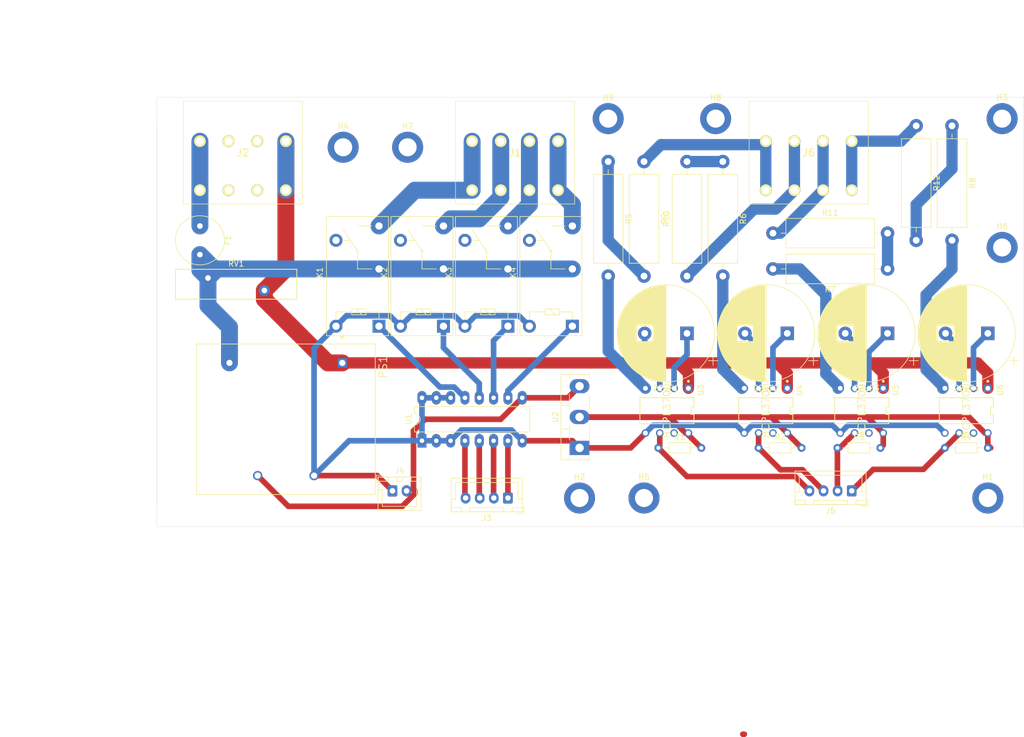
<source format=kicad_pcb>
(kicad_pcb (version 20171130) (host pcbnew "(5.1.6)-1")
  (layers (0 F.Cu signal) (31 B.Cu signal) (34 B.Paste user hide) (35 F.Paste user hide) (36 B.SilkS user hide) (37 F.SilkS user hide) (38 B.Mask user) (39 F.Mask user) (44 Edge.Cuts user))
  (net 0 "")
  (net 1 "220VAC(L)")
  (net 2 "220VAC(N)")
  (net 3 5V+)
  (net 4 "Net-(R5-Pad2)")
  (net 5 "Net-(R6-Pad2)")
  (net 6 3.3V+)
  (net 7 Sens4)
  (net 8 Sens3)
  (net 9 Sens2)
  (net 10 Sens1)
  (net 11 REO4)
  (net 12 REO3)
  (net 13 REO2)
  (net 14 REO1)
  (net 15 GPIO32)
  (net 16 "Net-(22uF1-Pad2)")
  (net 17 "Net-(22uF1-Pad1)")
  (net 18 "Net-(22uF2-Pad2)")
  (net 19 "Net-(22uF2-Pad1)")
  (net 20 "Net-(22uF3-Pad2)")
  (net 21 "Net-(22uF3-Pad1)")
  (net 22 "Net-(22uF4-Pad2)")
  (net 23 "Net-(22uF4-Pad1)")
  (net 24 "Net-(R11-Pad2)")
  (net 25 "Net-(R12-Pad2)")
  (net 26 "GND(5V)")
  (net 27 REI1)
  (net 28 REI2)
  (net 29 REI3)
  (net 30 REI4)
  (net 31 "Net-(F1-Pad1)")
  (net 32 "Net-(J3-Pad4)")
  (net 33 "Net-(J3-Pad3)")
  (net 34 "Net-(J3-Pad2)")
  (net 35 "Net-(J3-Pad1)")
  (net 36 "Net-(R5-Pad1)")
  (net 37 "Net-(R10-Pad2)")
  (net 38 "Net-(R7-Pad2)")
  (net 39 "Net-(R8-Pad2)")
  (net 40 EspSens1)
  (net 41 EspSens2)
  (net 42 EspSens3)
  (net 43 EspSens4)
  (module HCPL:ON_Semi-CASE_62605_ISSUE_P-0-0-0 (layer F.Cu) (at 129.54 67.056 270)
    (fp_text reference U4 (at -4.77 -5.995 90) (layer F.SilkS) (effects (justify right)))
    (fp_text value HCPL3700 (at 0 0 90) (layer F.SilkS) (effects (font (size 1.27 1.27))))
    (pad 8 thru_hole circle (at 3.97 -3.81 270) (size 1.35 1.35) (drill 0.85) (layers *.Cu) (net 6 3.3V+))
    (pad 7 thru_hole circle (at 3.97 -1.27 270) (size 1.35 1.35) (drill 0.85) (layers *.Cu))
    (pad 6 thru_hole circle (at 3.97 1.27 270) (size 1.35 1.35) (drill 0.85) (layers *.Cu) (net 41 EspSens2))
    (pad 5 thru_hole circle (at 3.97 3.81 270) (size 1.35 1.35) (drill 0.85) (layers *.Cu) (net 26 "GND(5V)"))
    (pad 4 thru_hole circle (at -3.97 3.81 270) (size 1.35 1.35) (drill 0.85) (layers *.Cu) (net 5 "Net-(R6-Pad2)"))
    (pad 3 thru_hole circle (at -3.97 1.27 270) (size 1.35 1.35) (drill 0.85) (layers *.Cu) (net 18 "Net-(22uF2-Pad2)"))
    (pad 2 thru_hole circle (at -3.97 -1.27 270) (size 1.35 1.35) (drill 0.85) (layers *.Cu) (net 19 "Net-(22uF2-Pad1)"))
    (pad 1 thru_hole rect (at -3.97 -3.81 270) (size 1.35 1.35) (drill 0.85) (layers *.Cu) (net 2 "220VAC(N)"))
  )
  (module Resistor_THT:R_Axial_DIN0204_L3.6mm_D1.6mm_P7.62mm_Horizontal (layer F.Cu) (at 110.49 73.66)
    (fp_text reference R1 (at 3.81 -1.92) (layer F.SilkS))
    (fp_text value 10K)
    (pad 2 thru_hole oval (at 7.62 0) (size 1.4 1.4) (drill 0.7) (layers *.Cu *.Mask) (net 6 3.3V+))
    (pad 1 thru_hole circle (at 0 0) (size 1.4 1.4) (drill 0.7) (layers *.Cu *.Mask) (net 40 EspSens1))
  )
  (module Package_TO_SOT_THT:TO-218-3_Vertical (layer F.Cu) (at 96.52 73.66 90)
    (fp_text reference U2 (at 5.475 -4.29 90) (layer F.SilkS))
    (fp_text value LD1117S33TR_SOT223)
    (pad 3 thru_hole oval (at 10.95 0 90) (size 2.5 3.5) (drill 1.5) (layers *.Cu *.Mask) (net 3 5V+))
    (pad 2 thru_hole oval (at 5.475 0 90) (size 2.5 3.5) (drill 1.5) (layers *.Cu *.Mask) (net 6 3.3V+))
    (pad 1 thru_hole rect (at 0 0 90) (size 2.5 3.5) (drill 1.5) (layers *.Cu *.Mask) (net 26 "GND(5V)"))
  )
  (module HCPL:ON_Semi-CASE_62605_ISSUE_P-0-0-0 (layer F.Cu) (at 112.014 67.056 270)
    (fp_text reference U3 (at -4.77 -5.995 90) (layer F.SilkS) (effects (justify right)))
    (fp_text value HCPL3700 (at 0 0 90) (layer F.SilkS) (effects (font (size 1.27 1.27))))
    (pad 8 thru_hole circle (at 3.97 -3.81 270) (size 1.35 1.35) (drill 0.85) (layers *.Cu) (net 6 3.3V+))
    (pad 7 thru_hole circle (at 3.97 -1.27 270) (size 1.35 1.35) (drill 0.85) (layers *.Cu))
    (pad 6 thru_hole circle (at 3.97 1.27 270) (size 1.35 1.35) (drill 0.85) (layers *.Cu) (net 40 EspSens1))
    (pad 5 thru_hole circle (at 3.97 3.81 270) (size 1.35 1.35) (drill 0.85) (layers *.Cu) (net 26 "GND(5V)"))
    (pad 4 thru_hole circle (at -3.97 3.81 270) (size 1.35 1.35) (drill 0.85) (layers *.Cu) (net 4 "Net-(R5-Pad2)"))
    (pad 3 thru_hole circle (at -3.97 1.27 270) (size 1.35 1.35) (drill 0.85) (layers *.Cu) (net 16 "Net-(22uF1-Pad2)"))
    (pad 2 thru_hole circle (at -3.97 -1.27 270) (size 1.35 1.35) (drill 0.85) (layers *.Cu) (net 17 "Net-(22uF1-Pad1)"))
    (pad 1 thru_hole rect (at -3.97 -3.81 270) (size 1.35 1.35) (drill 0.85) (layers *.Cu) (net 2 "220VAC(N)"))
  )
  (module HCPL:ON_Semi-CASE_62605_ISSUE_P-0-0-0 (layer F.Cu) (at 146.558 67.056 270)
    (fp_text reference U5 (at -4.77 -5.995 90) (layer F.SilkS) (effects (justify right)))
    (fp_text value HCPL3700 (at 0 0 90) (layer F.SilkS) (effects (font (size 1.27 1.27))))
    (pad 8 thru_hole circle (at 3.97 -3.81 270) (size 1.35 1.35) (drill 0.85) (layers *.Cu) (net 6 3.3V+))
    (pad 7 thru_hole circle (at 3.97 -1.27 270) (size 1.35 1.35) (drill 0.85) (layers *.Cu))
    (pad 6 thru_hole circle (at 3.97 1.27 270) (size 1.35 1.35) (drill 0.85) (layers *.Cu) (net 42 EspSens3))
    (pad 5 thru_hole circle (at 3.97 3.81 270) (size 1.35 1.35) (drill 0.85) (layers *.Cu) (net 26 "GND(5V)"))
    (pad 4 thru_hole circle (at -3.97 3.81 270) (size 1.35 1.35) (drill 0.85) (layers *.Cu) (net 38 "Net-(R7-Pad2)"))
    (pad 3 thru_hole circle (at -3.97 1.27 270) (size 1.35 1.35) (drill 0.85) (layers *.Cu) (net 20 "Net-(22uF3-Pad2)"))
    (pad 2 thru_hole circle (at -3.97 -1.27 270) (size 1.35 1.35) (drill 0.85) (layers *.Cu) (net 21 "Net-(22uF3-Pad1)"))
    (pad 1 thru_hole rect (at -3.97 -3.81 270) (size 1.35 1.35) (drill 0.85) (layers *.Cu) (net 2 "220VAC(N)"))
  )
  (module HCPL:ON_Semi-CASE_62605_ISSUE_P-0-0-0 (layer F.Cu) (at 165.1 67.056 270)
    (fp_text reference U6 (at -4.77 -5.995 90) (layer F.SilkS) (effects (justify right)))
    (fp_text value HCPL3700 (at 0 0 90) (layer F.SilkS) (effects (font (size 1.27 1.27))))
    (pad 8 thru_hole circle (at 3.97 -3.81 270) (size 1.35 1.35) (drill 0.85) (layers *.Cu) (net 6 3.3V+))
    (pad 7 thru_hole circle (at 3.97 -1.27 270) (size 1.35 1.35) (drill 0.85) (layers *.Cu))
    (pad 6 thru_hole circle (at 3.97 1.27 270) (size 1.35 1.35) (drill 0.85) (layers *.Cu) (net 43 EspSens4))
    (pad 5 thru_hole circle (at 3.97 3.81 270) (size 1.35 1.35) (drill 0.85) (layers *.Cu) (net 26 "GND(5V)"))
    (pad 4 thru_hole circle (at -3.97 3.81 270) (size 1.35 1.35) (drill 0.85) (layers *.Cu) (net 39 "Net-(R8-Pad2)"))
    (pad 3 thru_hole circle (at -3.97 1.27 270) (size 1.35 1.35) (drill 0.85) (layers *.Cu) (net 22 "Net-(22uF4-Pad2)"))
    (pad 2 thru_hole circle (at -3.97 -1.27 270) (size 1.35 1.35) (drill 0.85) (layers *.Cu) (net 23 "Net-(22uF4-Pad1)"))
    (pad 1 thru_hole rect (at -3.97 -3.81 270) (size 1.35 1.35) (drill 0.85) (layers *.Cu) (net 2 "220VAC(N)"))
  )
  (module Resistor_THT:R_Axial_DIN0204_L3.6mm_D1.6mm_P7.62mm_Horizontal (layer F.Cu) (at 142.24 73.66)
    (fp_text reference R3 (at 3.81 -1.92) (layer F.SilkS))
    (fp_text value 10K)
    (pad 2 thru_hole oval (at 7.62 0) (size 1.4 1.4) (drill 0.7) (layers *.Cu *.Mask) (net 6 3.3V+))
    (pad 1 thru_hole circle (at 0 0) (size 1.4 1.4) (drill 0.7) (layers *.Cu *.Mask) (net 42 EspSens3))
  )
  (module Resistor_THT:R_Axial_DIN0204_L3.6mm_D1.6mm_P7.62mm_Horizontal (layer F.Cu) (at 128.27 73.66)
    (fp_text reference R2 (at 3.81 -1.92) (layer F.SilkS))
    (fp_text value 10K)
    (pad 2 thru_hole oval (at 7.62 0) (size 1.4 1.4) (drill 0.7) (layers *.Cu *.Mask) (net 6 3.3V+))
    (pad 1 thru_hole circle (at 0 0) (size 1.4 1.4) (drill 0.7) (layers *.Cu *.Mask) (net 41 EspSens2))
  )
  (module Resistor_THT:R_Axial_DIN0204_L3.6mm_D1.6mm_P7.62mm_Horizontal (layer F.Cu) (at 161.29 73.66)
    (fp_text reference R4 (at 3.81 -1.92) (layer F.SilkS))
    (fp_text value 10K)
    (pad 2 thru_hole oval (at 7.62 0) (size 1.4 1.4) (drill 0.7) (layers *.Cu *.Mask) (net 6 3.3V+))
    (pad 1 thru_hole circle (at 0 0) (size 1.4 1.4) (drill 0.7) (layers *.Cu *.Mask) (net 43 EspSens4))
  )
  (module Capacitor_THT:CP_Radial_D17.0mm_P7.50mm (layer F.Cu) (at 115.57 53.34 180)
    (fp_text reference 22uF1 (at 3.75 -9.75) (layer F.SilkS))
    (fp_text value CP_Small)
    (pad 2 thru_hole circle (at 7.5 0 180) (size 2.4 2.4) (drill 1.2) (layers *.Cu *.Mask) (net 16 "Net-(22uF1-Pad2)"))
    (pad 1 thru_hole rect (at 0 0 180) (size 2.4 2.4) (drill 1.2) (layers *.Cu *.Mask) (net 17 "Net-(22uF1-Pad1)"))
  )
  (module Capacitor_THT:CP_Radial_D17.0mm_P7.50mm (layer F.Cu) (at 133.35 53.34 180)
    (fp_text reference 22uF2 (at 3.75 -9.75) (layer F.SilkS))
    (fp_text value CP_Small)
    (pad 2 thru_hole circle (at 7.5 0 180) (size 2.4 2.4) (drill 1.2) (layers *.Cu *.Mask))
    (pad 1 thru_hole rect (at 0 0 180) (size 2.4 2.4) (drill 1.2) (layers *.Cu *.Mask))
  )
  (module Capacitor_THT:CP_Radial_D17.0mm_P7.50mm (layer F.Cu) (at 151.13 53.34 180)
    (fp_text reference 22uF3 (at 3.75 -9.75) (layer F.SilkS))
    (fp_text value CP_Small)
    (pad 2 thru_hole circle (at 7.5 0 180) (size 2.4 2.4) (drill 1.2) (layers *.Cu *.Mask) (net 20 "Net-(22uF3-Pad2)"))
    (pad 1 thru_hole rect (at 0 0 180) (size 2.4 2.4) (drill 1.2) (layers *.Cu *.Mask) (net 21 "Net-(22uF3-Pad1)"))
  )
  (module Capacitor_THT:CP_Radial_D17.0mm_P7.50mm (layer F.Cu) (at 168.91 53.34 180)
    (fp_text reference 22uF4 (at 3.75 -9.75) (layer F.SilkS))
    (fp_text value CP_Small)
    (pad 2 thru_hole circle (at 7.5 0 180) (size 2.4 2.4) (drill 1.2) (layers *.Cu *.Mask) (net 22 "Net-(22uF4-Pad2)"))
    (pad 1 thru_hole rect (at 0 0 180) (size 2.4 2.4) (drill 1.2) (layers *.Cu *.Mask) (net 23 "Net-(22uF4-Pad1)"))
  )
  (module Connector_JST:JST_XH_B4B-XH-A_1x04_P2.50mm_Vertical (layer F.Cu) (at 144.78 81.28 180)
    (fp_text reference J5 (at 3.75 -3.55) (layer F.SilkS))
    (fp_text value Conn-Esp-Sensors)
    (pad 4 thru_hole oval (at 7.5 0 180) (size 1.7 1.95) (drill 0.95) (layers *.Cu *.Mask) (net 40 EspSens1))
    (pad 3 thru_hole oval (at 5 0 180) (size 1.7 1.95) (drill 0.95) (layers *.Cu *.Mask) (net 41 EspSens2))
    (pad 2 thru_hole oval (at 2.5 0 180) (size 1.7 1.95) (drill 0.95) (layers *.Cu *.Mask) (net 42 EspSens3))
    (pad 1 thru_hole roundrect (at 0 0 180) (size 1.7 1.95) (drill 0.95) (layers *.Cu *.Mask) (roundrect_rratio 0.147059) (net 43 EspSens4))
  )
  (module Connector_JST:JST_XH_B2B-XH-A_1x02_P2.50mm_Vertical (layer F.Cu) (at 63.35 81.28)
    (fp_text reference J4 (at 1.25 -3.55) (layer F.SilkS))
    (fp_text value Conn_01x02)
    (pad 2 thru_hole oval (at 2.5 0) (size 1.7 2) (drill 1) (layers *.Cu *.Mask) (net 3 5V+))
    (pad 1 thru_hole roundrect (at 0 0) (size 1.7 2) (drill 1) (layers *.Cu *.Mask) (roundrect_rratio 0.147059) (net 26 "GND(5V)"))
  )
  (module Connector_JST:JST_XH_B4B-XH-A_1x04_P2.50mm_Vertical (layer F.Cu) (at 83.82 82.55 180)
    (fp_text reference J3 (at 3.75 -3.55) (layer F.SilkS))
    (fp_text value Conn-ESP-Relays)
    (pad 4 thru_hole oval (at 7.5 0 180) (size 1.7 1.95) (drill 0.95) (layers *.Cu *.Mask) (net 32 "Net-(J3-Pad4)"))
    (pad 3 thru_hole oval (at 5 0 180) (size 1.7 1.95) (drill 0.95) (layers *.Cu *.Mask) (net 33 "Net-(J3-Pad3)"))
    (pad 2 thru_hole oval (at 2.5 0 180) (size 1.7 1.95) (drill 0.95) (layers *.Cu *.Mask) (net 34 "Net-(J3-Pad2)"))
    (pad 1 thru_hole roundrect (at 0 0 180) (size 1.7 1.95) (drill 0.95) (layers *.Cu *.Mask) (roundrect_rratio 0.147059) (net 35 "Net-(J3-Pad1)"))
  )
  (module Resistor_THT:R_Axial_DIN0516_L15.5mm_D5.0mm_P20.32mm_Horizontal (layer F.Cu) (at 162.56 16.51 270)
    (fp_text reference R8 (at 10.16 -3.62 90) (layer F.SilkS))
    (fp_text value 47k)
    (pad 2 thru_hole oval (at 20.32 0 270) (size 2.4 2.4) (drill 1.2) (layers *.Cu *.Mask) (net 39 "Net-(R8-Pad2)"))
    (pad 1 thru_hole circle (at 0 0 270) (size 2.4 2.4) (drill 1.2) (layers *.Cu *.Mask) (net 25 "Net-(R12-Pad2)"))
  )
  (module Resistor_THT:R_Axial_DIN0516_L15.5mm_D5.0mm_P20.32mm_Horizontal (layer F.Cu) (at 156.21 16.51 270)
    (fp_text reference R12 (at 10.16 -3.62 90) (layer F.SilkS))
    (fp_text value 47k)
    (pad 2 thru_hole oval (at 20.32 0 270) (size 2.4 2.4) (drill 1.2) (layers *.Cu *.Mask) (net 25 "Net-(R12-Pad2)"))
    (pad 1 thru_hole circle (at 0 0 270) (size 2.4 2.4) (drill 1.2) (layers *.Cu *.Mask) (net 7 Sens4))
  )
  (module Resistor_THT:R_Axial_DIN0516_L15.5mm_D5.0mm_P20.32mm_Horizontal (layer F.Cu) (at 130.81 35.56)
    (fp_text reference R11 (at 10.16 -3.62) (layer F.SilkS))
    (fp_text value 47k)
    (pad 2 thru_hole oval (at 20.32 0) (size 2.4 2.4) (drill 1.2) (layers *.Cu *.Mask) (net 24 "Net-(R11-Pad2)"))
    (pad 1 thru_hole circle (at 0 0) (size 2.4 2.4) (drill 1.2) (layers *.Cu *.Mask) (net 8 Sens3))
  )
  (module Resistor_THT:R_Axial_DIN0516_L15.5mm_D5.0mm_P20.32mm_Horizontal (layer F.Cu) (at 115.57 43.18 90)
    (fp_text reference R10 (at 10.16 -3.62 90) (layer F.SilkS))
    (fp_text value 47k)
    (pad 2 thru_hole oval (at 20.32 0 90) (size 2.4 2.4) (drill 1.2) (layers *.Cu *.Mask) (net 37 "Net-(R10-Pad2)"))
    (pad 1 thru_hole circle (at 0 0 90) (size 2.4 2.4) (drill 1.2) (layers *.Cu *.Mask) (net 9 Sens2))
  )
  (module Resistor_THT:R_Axial_DIN0516_L15.5mm_D5.0mm_P20.32mm_Horizontal (layer F.Cu) (at 107.95 22.86 270)
    (fp_text reference R9 (at 10.16 -3.62 90) (layer F.SilkS))
    (fp_text value 47k)
    (pad 2 thru_hole oval (at 20.32 0 270) (size 2.4 2.4) (drill 1.2) (layers *.Cu *.Mask) (net 36 "Net-(R5-Pad1)"))
    (pad 1 thru_hole circle (at 0 0 270) (size 2.4 2.4) (drill 1.2) (layers *.Cu *.Mask) (net 10 Sens1))
  )
  (module Resistor_THT:R_Axial_DIN0516_L15.5mm_D5.0mm_P20.32mm_Horizontal (layer F.Cu) (at 151.13 41.91 180)
    (fp_text reference R7 (at 10.16 -3.62) (layer F.SilkS))
    (fp_text value 47k)
    (pad 2 thru_hole oval (at 20.32 0 180) (size 2.4 2.4) (drill 1.2) (layers *.Cu *.Mask) (net 38 "Net-(R7-Pad2)"))
    (pad 1 thru_hole circle (at 0 0 180) (size 2.4 2.4) (drill 1.2) (layers *.Cu *.Mask) (net 24 "Net-(R11-Pad2)"))
  )
  (module Resistor_THT:R_Axial_DIN0516_L15.5mm_D5.0mm_P20.32mm_Horizontal (layer F.Cu) (at 121.92 22.86 270)
    (fp_text reference R6 (at 10.16 -3.62 90) (layer F.SilkS))
    (fp_text value 47k)
    (pad 2 thru_hole oval (at 20.32 0 270) (size 2.4 2.4) (drill 1.2) (layers *.Cu *.Mask))
    (pad 1 thru_hole circle (at 0 0 270) (size 2.4 2.4) (drill 1.2) (layers *.Cu *.Mask) (net 37 "Net-(R10-Pad2)"))
  )
  (module Resistor_THT:R_Axial_DIN0516_L15.5mm_D5.0mm_P20.32mm_Horizontal (layer F.Cu) (at 101.6 22.86 270)
    (fp_text reference R5 (at 10.16 -3.62 90) (layer F.SilkS))
    (fp_text value 47k)
    (pad 2 thru_hole oval (at 20.32 0 270) (size 2.4 2.4) (drill 1.2) (layers *.Cu *.Mask) (net 4 "Net-(R5-Pad2)"))
    (pad 1 thru_hole circle (at 0 0 270) (size 2.4 2.4) (drill 1.2) (layers *.Cu *.Mask) (net 36 "Net-(R5-Pad1)"))
  )
  (module rac05-05sk:277 (layer F.Cu) (at 44.45 68.58 270)
    (fp_text reference PS1 (at -9.255 -17.239 90) (layer F.SilkS) (effects (font (size 1.4 1.4))))
    (fp_text value RAC05-05SK_277)
    (pad 9 thru_hole circle (at 10 -5 270) (size 1.65 1.65) (drill 1.1) (layers *.Cu *.Mask) (net 26 "GND(5V)"))
    (pad 7 thru_hole circle (at 10 5 270) (size 1.65 1.65) (drill 1.1) (layers *.Cu *.Mask) (net 3 5V+))
    (pad 5 thru_hole circle (at -10 10 270) (size 1.65 1.65) (drill 1.1) (layers *.Cu *.Mask) (net 1 "220VAC(L)"))
    (pad 1 thru_hole rect (at -10 -10 270) (size 1.65 1.65) (drill 1.1) (layers *.Cu *.Mask) (net 2 "220VAC(N)"))
  )
  (module MountingHole:MountingHole_3.2mm_M3_ISO14580_Pad (layer F.Cu) (at 101.6 15.24)
    (fp_text reference H9 (at 0 -3.75) (layer F.SilkS))
    (fp_text value MountingHole_Pad)
    (pad 1 thru_hole circle (at 0 0) (size 5.5 5.5) (drill 3.2) (layers *.Cu *.Mask))
  )
  (module MountingHole:MountingHole_3.2mm_M3_ISO14580_Pad (layer F.Cu) (at 120.65 15.24)
    (fp_text reference H8 (at 0 -3.75) (layer F.SilkS))
    (fp_text value MountingHole_Pad)
    (pad 1 thru_hole circle (at 0 0) (size 5.5 5.5) (drill 3.2) (layers *.Cu *.Mask))
  )
  (module MountingHole:MountingHole_3.2mm_M3_ISO14580_Pad (layer F.Cu) (at 66.04 20.32)
    (fp_text reference H7 (at 0 -3.75) (layer F.SilkS))
    (fp_text value MountingHole_Pad)
    (pad 1 thru_hole circle (at 0 0) (size 5.5 5.5) (drill 3.2) (layers *.Cu *.Mask))
  )
  (module MountingHole:MountingHole_3.2mm_M3_ISO14580_Pad (layer F.Cu) (at 171.45 15.24)
    (fp_text reference H3 (at 0 -3.75) (layer F.SilkS))
    (fp_text value MountingHole_Pad)
    (pad 1 thru_hole circle (at 0 0) (size 5.5 5.5) (drill 3.2) (layers *.Cu *.Mask))
  )
  (module MountingHole:MountingHole_3.2mm_M3_ISO14580_Pad (layer F.Cu) (at 171.45 38.1)
    (fp_text reference H6 (at 0 -3.75) (layer F.SilkS))
    (fp_text value MountingHole_Pad)
    (pad 1 thru_hole circle (at 0 0) (size 5.5 5.5) (drill 3.2) (layers *.Cu *.Mask))
  )
  (module MountingHole:MountingHole_3.2mm_M3_ISO14580_Pad (layer F.Cu) (at 96.52 82.55)
    (fp_text reference H2 (at 0 -3.75) (layer F.SilkS))
    (fp_text value MountingHole_Pad)
    (pad 1 thru_hole circle (at 0 0) (size 5.5 5.5) (drill 3.2) (layers *.Cu *.Mask))
  )
  (module MountingHole:MountingHole_3.2mm_M3_ISO14580_Pad (layer F.Cu) (at 107.95 82.55)
    (fp_text reference H5 (at 0 -3.75) (layer F.SilkS))
    (fp_text value MountingHole_Pad)
    (pad 1 thru_hole circle (at 0 0) (size 5.5 5.5) (drill 3.2) (layers *.Cu *.Mask))
  )
  (module MountingHole:MountingHole_3.2mm_M3_ISO14580_Pad (layer F.Cu) (at 168.91 82.55)
    (fp_text reference H1 (at 0 -3.75) (layer F.SilkS))
    (fp_text value MountingHole_Pad)
    (pad 1 thru_hole circle (at 0 0) (size 5.5 5.5) (drill 3.2) (layers *.Cu *.Mask))
  )
  (module MountingHole:MountingHole_3.2mm_M3_ISO14580_Pad (layer F.Cu) (at 54.61 20.32)
    (fp_text reference H4 (at 0 -3.75) (layer F.SilkS))
    (fp_text value MountingHole_Pad)
    (pad 1 thru_hole circle (at 0 0) (size 5.5 5.5) (drill 3.2) (layers *.Cu *.Mask))
  )
  (module Varistor:RV_Disc_D21.5mm_W5.3mm_P10mm (layer F.Cu) (at 40.64 45.72 180)
    (fp_text reference RV1 (at 5 4.75) (layer F.SilkS))
    (fp_text value Varistor)
    (pad 2 thru_hole circle (at 10 2.2 180) (size 2 2) (drill 1) (layers *.Cu *.Mask) (net 1 "220VAC(L)"))
    (pad 1 thru_hole circle (at 0 0 180) (size 2 2) (drill 1) (layers *.Cu *.Mask) (net 2 "220VAC(N)"))
  )
  (module Fuse:Fuse_Littelfuse_372_D8.50mm (layer F.Cu) (at 29.21 34.29 270)
    (fp_text reference F1 (at 2.54 -5 90) (layer F.SilkS))
    (fp_text value Fuse)
    (pad 2 thru_hole circle (at 5.08 0 270) (size 2 2) (drill 1) (layers *.Cu *.Mask) (net 1 "220VAC(L)"))
    (pad 1 thru_hole circle (at 0 0 270) (size 2 2) (drill 1) (layers *.Cu *.Mask) (net 31 "Net-(F1-Pad1)"))
  )
  (module Relay_THT:Relay_SPDT_Omron-G5Q-1 (layer F.Cu) (at 60.96 52.07 90)
    (fp_text reference K1 (at 9.5 -10.5 270) (layer F.SilkS))
    (fp_text value G5Q-1)
    (pad 5 thru_hole circle (at 0 -7.62 270) (size 2.3 2.3) (drill 1.3) (layers *.Cu *.Mask) (net 26 "GND(5V)"))
    (pad 4 thru_hole circle (at 15.24 -7.62 270) (size 2.3 2.3) (drill 1.3) (layers *.Cu *.Mask))
    (pad 3 thru_hole circle (at 17.78 0 270) (size 2.3 2.3) (drill 1.3) (layers *.Cu *.Mask) (net 14 REO1))
    (pad 2 thru_hole circle (at 10.16 0 270) (size 2.3 2.3) (drill 1.3) (layers *.Cu *.Mask) (net 1 "220VAC(L)"))
    (pad 1 thru_hole rect (at 0 0 270) (size 2.3 2.3) (drill 1.3) (layers *.Cu *.Mask) (net 27 REI1))
  )
  (module Relay_THT:Relay_SPDT_Omron-G5Q-1 (layer F.Cu) (at 72.39 52.07 90)
    (fp_text reference K2 (at 9.5 -10.5 270) (layer F.SilkS))
    (fp_text value G5Q-1)
    (pad 5 thru_hole circle (at 0 -7.62 270) (size 2.3 2.3) (drill 1.3) (layers *.Cu *.Mask) (net 26 "GND(5V)"))
    (pad 4 thru_hole circle (at 15.24 -7.62 270) (size 2.3 2.3) (drill 1.3) (layers *.Cu *.Mask))
    (pad 3 thru_hole circle (at 17.78 0 270) (size 2.3 2.3) (drill 1.3) (layers *.Cu *.Mask) (net 13 REO2))
    (pad 2 thru_hole circle (at 10.16 0 270) (size 2.3 2.3) (drill 1.3) (layers *.Cu *.Mask) (net 1 "220VAC(L)"))
    (pad 1 thru_hole rect (at 0 0 270) (size 2.3 2.3) (drill 1.3) (layers *.Cu *.Mask) (net 28 REI2))
  )
  (module Relay_THT:Relay_SPDT_Omron-G5Q-1 (layer F.Cu) (at 95.25 52.07 90)
    (fp_text reference K4 (at 9.5 -10.5 270) (layer F.SilkS))
    (fp_text value G5Q-1)
    (pad 5 thru_hole circle (at 0 -7.62 270) (size 2.3 2.3) (drill 1.3) (layers *.Cu *.Mask) (net 26 "GND(5V)"))
    (pad 4 thru_hole circle (at 15.24 -7.62 270) (size 2.3 2.3) (drill 1.3) (layers *.Cu *.Mask))
    (pad 3 thru_hole circle (at 17.78 0 270) (size 2.3 2.3) (drill 1.3) (layers *.Cu *.Mask) (net 11 REO4))
    (pad 2 thru_hole circle (at 10.16 0 270) (size 2.3 2.3) (drill 1.3) (layers *.Cu *.Mask) (net 1 "220VAC(L)"))
    (pad 1 thru_hole rect (at 0 0 270) (size 2.3 2.3) (drill 1.3) (layers *.Cu *.Mask) (net 30 REI4))
  )
  (module Relay_THT:Relay_SPDT_Omron-G5Q-1 (layer F.Cu) (at 83.82 52.07 90)
    (fp_text reference K3 (at 9.5 -10.5 270) (layer F.SilkS))
    (fp_text value G5Q-1)
    (pad 5 thru_hole circle (at 0 -7.62 270) (size 2.3 2.3) (drill 1.3) (layers *.Cu *.Mask) (net 26 "GND(5V)"))
    (pad 4 thru_hole circle (at 15.24 -7.62 270) (size 2.3 2.3) (drill 1.3) (layers *.Cu *.Mask))
    (pad 3 thru_hole circle (at 17.78 0 270) (size 2.3 2.3) (drill 1.3) (layers *.Cu *.Mask) (net 12 REO3))
    (pad 2 thru_hole circle (at 10.16 0 270) (size 2.3 2.3) (drill 1.3) (layers *.Cu *.Mask) (net 1 "220VAC(L)"))
    (pad 1 thru_hole rect (at 0 0 270) (size 2.3 2.3) (drill 1.3) (layers *.Cu *.Mask) (net 29 REI3))
  )
  (module Package_DIP:DIP-16_W7.62mm_LongPads (layer F.Cu) (at 68.58 72.39 90)
    (fp_text reference U1 (at 3.81 -2.33 90) (layer F.SilkS))
    (fp_text value ULN2003A)
    (pad 1 thru_hole rect (at 0 0 90) (size 2.4 1.6) (drill 0.8) (layers *.Cu *.Mask) (net 26 "GND(5V)"))
    (pad 9 thru_hole oval (at 7.62 17.78 90) (size 2.4 1.6) (drill 0.8) (layers *.Cu *.Mask) (net 3 5V+))
    (pad 2 thru_hole oval (at 0 2.54 90) (size 2.4 1.6) (drill 0.8) (layers *.Cu *.Mask) (net 26 "GND(5V)"))
    (pad 10 thru_hole oval (at 7.62 15.24 90) (size 2.4 1.6) (drill 0.8) (layers *.Cu *.Mask) (net 30 REI4))
    (pad 3 thru_hole oval (at 0 5.08 90) (size 2.4 1.6) (drill 0.8) (layers *.Cu *.Mask) (net 26 "GND(5V)"))
    (pad 11 thru_hole oval (at 7.62 12.7 90) (size 2.4 1.6) (drill 0.8) (layers *.Cu *.Mask) (net 29 REI3))
    (pad 4 thru_hole oval (at 0 7.62 90) (size 2.4 1.6) (drill 0.8) (layers *.Cu *.Mask) (net 32 "Net-(J3-Pad4)"))
    (pad 12 thru_hole oval (at 7.62 10.16 90) (size 2.4 1.6) (drill 0.8) (layers *.Cu *.Mask) (net 28 REI2))
    (pad 5 thru_hole oval (at 0 10.16 90) (size 2.4 1.6) (drill 0.8) (layers *.Cu *.Mask) (net 33 "Net-(J3-Pad3)"))
    (pad 13 thru_hole oval (at 7.62 7.62 90) (size 2.4 1.6) (drill 0.8) (layers *.Cu *.Mask) (net 27 REI1))
    (pad 6 thru_hole oval (at 0 12.7 90) (size 2.4 1.6) (drill 0.8) (layers *.Cu *.Mask) (net 34 "Net-(J3-Pad2)"))
    (pad 14 thru_hole oval (at 7.62 5.08 90) (size 2.4 1.6) (drill 0.8) (layers *.Cu *.Mask) (net 26 "GND(5V)"))
    (pad 7 thru_hole oval (at 0 15.24 90) (size 2.4 1.6) (drill 0.8) (layers *.Cu *.Mask) (net 35 "Net-(J3-Pad1)"))
    (pad 15 thru_hole oval (at 7.62 2.54 90) (size 2.4 1.6) (drill 0.8) (layers *.Cu *.Mask) (net 26 "GND(5V)"))
    (pad 8 thru_hole oval (at 0 17.78 90) (size 2.4 1.6) (drill 0.8) (layers *.Cu *.Mask) (net 26 "GND(5V)"))
    (pad 16 thru_hole oval (at 7.62 0 90) (size 2.4 1.6) (drill 0.8) (layers *.Cu *.Mask) (net 26 "GND(5V)"))
  )
  (module Phoenix_Conn:1017505 (layer F.Cu) (at 144.78 27.94 180)
    (fp_text reference J6 (at 7.62 6.65) (layer F.SilkS) (effects (font (size 1.27 1.27) (thickness 0.254))))
    (fp_text value 1017505 hide)
    (pad 8 thru_hole circle (at 15.24 8.7 270) (size 2.1 2.1) (drill 1.4) (layers *.Cu *.Mask F.SilkS) (net 10 Sens1))
    (pad 7 thru_hole circle (at 15.24 0 270) (size 2.1 2.1) (drill 1.4) (layers *.Cu *.Mask F.SilkS) (net 10 Sens1))
    (pad 6 thru_hole circle (at 10.16 8.7 270) (size 2.1 2.1) (drill 1.4) (layers *.Cu *.Mask F.SilkS) (net 9 Sens2))
    (pad 5 thru_hole circle (at 10.16 0 270) (size 2.1 2.1) (drill 1.4) (layers *.Cu *.Mask F.SilkS) (net 9 Sens2))
    (pad 4 thru_hole circle (at 5.08 8.7 270) (size 2.1 2.1) (drill 1.4) (layers *.Cu *.Mask F.SilkS) (net 8 Sens3))
    (pad 3 thru_hole circle (at 5.08 0 270) (size 2.1 2.1) (drill 1.4) (layers *.Cu *.Mask F.SilkS) (net 8 Sens3))
    (pad 2 thru_hole circle (at 0 8.7 270) (size 2.1 2.1) (drill 1.4) (layers *.Cu *.Mask F.SilkS) (net 7 Sens4))
    (pad 1 thru_hole circle (at 0 0 270) (size 2.1 2.1) (drill 1.4) (layers *.Cu *.Mask F.SilkS) (net 7 Sens4))
  )
  (module Phoenix_Conn:1017505 (layer F.Cu) (at 44.45 27.94 180)
    (fp_text reference J2 (at 7.62 6.65) (layer F.SilkS) (effects (font (size 1.27 1.27) (thickness 0.254))))
    (fp_text value 1017505 hide)
    (pad 8 thru_hole circle (at 15.24 8.7 270) (size 2.1 2.1) (drill 1.4) (layers *.Cu *.Mask F.SilkS) (net 31 "Net-(F1-Pad1)"))
    (pad 7 thru_hole circle (at 15.24 0 270) (size 2.1 2.1) (drill 1.4) (layers *.Cu *.Mask F.SilkS) (net 31 "Net-(F1-Pad1)"))
    (pad 6 thru_hole circle (at 10.16 8.7 270) (size 2.1 2.1) (drill 1.4) (layers *.Cu *.Mask F.SilkS))
    (pad 5 thru_hole circle (at 10.16 0 270) (size 2.1 2.1) (drill 1.4) (layers *.Cu *.Mask F.SilkS))
    (pad 4 thru_hole circle (at 5.08 8.7 270) (size 2.1 2.1) (drill 1.4) (layers *.Cu *.Mask F.SilkS))
    (pad 3 thru_hole circle (at 5.08 0 270) (size 2.1 2.1) (drill 1.4) (layers *.Cu *.Mask F.SilkS))
    (pad 2 thru_hole circle (at 0 8.7 270) (size 2.1 2.1) (drill 1.4) (layers *.Cu *.Mask F.SilkS) (net 2 "220VAC(N)"))
    (pad 1 thru_hole circle (at 0 0 270) (size 2.1 2.1) (drill 1.4) (layers *.Cu *.Mask F.SilkS) (net 2 "220VAC(N)"))
  )
  (module Phoenix_Conn:1017505 (layer F.Cu) (at 92.71 27.94 180)
    (fp_text reference J1 (at 7.62 6.65) (layer F.SilkS) (effects (font (size 1.27 1.27) (thickness 0.254))))
    (fp_text value 1017505 hide)
    (pad 8 thru_hole circle (at 15.24 8.7 270) (size 2.1 2.1) (drill 1.4) (layers *.Cu *.Mask F.SilkS) (net 14 REO1))
    (pad 7 thru_hole circle (at 15.24 0 270) (size 2.1 2.1) (drill 1.4) (layers *.Cu *.Mask F.SilkS) (net 14 REO1))
    (pad 6 thru_hole circle (at 10.16 8.7 270) (size 2.1 2.1) (drill 1.4) (layers *.Cu *.Mask F.SilkS) (net 13 REO2))
    (pad 5 thru_hole circle (at 10.16 0 270) (size 2.1 2.1) (drill 1.4) (layers *.Cu *.Mask F.SilkS) (net 13 REO2))
    (pad 4 thru_hole circle (at 5.08 8.7 270) (size 2.1 2.1) (drill 1.4) (layers *.Cu *.Mask F.SilkS) (net 12 REO3))
    (pad 3 thru_hole circle (at 5.08 0 270) (size 2.1 2.1) (drill 1.4) (layers *.Cu *.Mask F.SilkS) (net 12 REO3))
    (pad 2 thru_hole circle (at 0 8.7 270) (size 2.1 2.1) (drill 1.4) (layers *.Cu *.Mask F.SilkS) (net 11 REO4))
    (pad 1 thru_hole circle (at 0 0 270) (size 2.1 2.1) (drill 1.4) (layers *.Cu *.Mask F.SilkS) (net 11 REO4))
  )
  (gr_line (start 21.59 87.63) (end 21.59 11.43) (layer Edge.Cuts) (width 0.05))
  (gr_line (start 175.26 11.43) (end 21.59 11.43) (layer Edge.Cuts) (width 0.05))
  (gr_line (start 21.59 87.63) (end 175.26 87.63) (layer Edge.Cuts) (width 0.05))
  (gr_line (start 175.26 87.63) (end 175.26 11.43) (layer Edge.Cuts) (width 0.05))
  (gr_line (start 21.59 16.51) (end 21.59 83.82) (layer Edge.Cuts) (width 0.05))
  (segment (start 29.21 42.09) (end 30.64 43.52) (width 3) (layer B.Cu) (net 1))
  (segment (start 29.21 39.37) (end 29.21 42.09) (width 3) (layer B.Cu) (net 1))
  (segment (start 30.64 43.52) (end 32.25 41.91) (width 3) (layer B.Cu) (net 1))
  (segment (start 31.75 41.91) (end 32.25 41.91) (width 3) (layer B.Cu) (net 1))
  (segment (start 29.21 39.37) (end 31.75 41.91) (width 3) (layer B.Cu) (net 1))
  (segment (start 30.64 43.52) (end 30.64 48.42) (width 3) (layer B.Cu) (net 1))
  (segment (start 34.45 52.23) (end 34.45 58.58) (width 3) (layer B.Cu) (net 1))
  (segment (start 30.64 48.42) (end 34.45 52.23) (width 3) (layer B.Cu) (net 1))
  (segment (start 31.75 41.91) (end 95.25 41.91) (width 3) (layer B.Cu) (net 1))
  (segment (start 44.45 19.24) (end 44.45 27.94) (width 3) (layer B.Cu) (net 2))
  (segment (start 44.45 41.91) (end 40.64 45.72) (width 3) (layer F.Cu) (net 2))
  (segment (start 44.45 19.24) (end 44.45 41.91) (width 3) (layer F.Cu) (net 2))
  (segment (start 40.64 47.31) (end 51.91 58.58) (width 3) (layer F.Cu) (net 2))
  (segment (start 40.64 45.72) (end 40.64 47.31) (width 3) (layer F.Cu) (net 2))
  (segment (start 51.91 58.58) (end 54.45 58.58) (width 3) (layer F.Cu) (net 2))
  (segment (start 167.079 58.58) (end 168.91 60.411) (width 2) (layer F.Cu) (net 2))
  (segment (start 148.537 58.58) (end 150.368 60.411) (width 2) (layer F.Cu) (net 2))
  (segment (start 168.91 60.411) (end 168.91 63.086) (width 2) (layer F.Cu) (net 2))
  (segment (start 150.368 60.411) (end 150.368 63.086) (width 2) (layer F.Cu) (net 2))
  (segment (start 148.537 58.58) (end 167.079 58.58) (width 2) (layer F.Cu) (net 2))
  (segment (start 131.519 58.58) (end 148.537 58.58) (width 2) (layer F.Cu) (net 2))
  (segment (start 133.35 60.411) (end 133.35 63.086) (width 2) (layer F.Cu) (net 2))
  (segment (start 131.519 58.58) (end 133.35 60.411) (width 2) (layer F.Cu) (net 2))
  (segment (start 111.92 58.58) (end 113.993 58.58) (width 2) (layer F.Cu) (net 2))
  (segment (start 113.993 58.58) (end 115.824 60.411) (width 2) (layer F.Cu) (net 2))
  (segment (start 115.824 60.411) (end 115.824 63.086) (width 2) (layer F.Cu) (net 2))
  (segment (start 111.92 58.58) (end 131.519 58.58) (width 2) (layer F.Cu) (net 2))
  (segment (start 54.45 58.58) (end 111.92 58.58) (width 2) (layer F.Cu) (net 2))
  (segment (start 165.564002 68.185) (end 168.405002 71.026) (width 1) (layer F.Cu) (net 6))
  (segment (start 168.405002 71.026) (end 168.91 71.026) (width 1) (layer F.Cu) (net 6))
  (segment (start 168.91 73.152) (end 169.418 73.66) (width 1) (layer F.Cu) (net 6))
  (segment (start 168.91 71.026) (end 168.91 73.152) (width 1) (layer F.Cu) (net 6))
  (segment (start 86.36 64.77) (end 94.46 64.77) (width 1) (layer F.Cu) (net 3))
  (segment (start 94.46 64.77) (end 96.52 62.71) (width 1) (layer F.Cu) (net 3))
  (segment (start 104.14 59.022) (end 107.014 61.896) (width 2) (layer B.Cu) (net 4))
  (segment (start 101.6 56.482) (end 107.014 61.896) (width 2) (layer B.Cu) (net 4))
  (segment (start 101.6 43.18) (end 101.6 56.482) (width 2) (layer B.Cu) (net 4))
  (segment (start 107.014 61.896) (end 108.204 63.086) (width 2) (layer B.Cu) (net 4))
  (segment (start 121.92 43.18) (end 121.92 59.69) (width 2) (layer B.Cu) (net 0))
  (segment (start 121.92 59.69) (end 125.294999 63.064999) (width 2) (layer B.Cu) (net 0))
  (segment (start 125.294999 63.064999) (end 125.294999 63.086) (width 2) (layer B.Cu) (net 0))
  (segment (start 150.368 71.026) (end 150.368 73.152) (width 1) (layer F.Cu) (net 6))
  (segment (start 147.527 68.185) (end 150.368 71.026) (width 1) (layer F.Cu) (net 6))
  (segment (start 150.368 73.152) (end 149.86 73.66) (width 1) (layer F.Cu) (net 6))
  (segment (start 133.35 71.026) (end 133.35 71.12) (width 1) (layer F.Cu) (net 6))
  (segment (start 133.35 71.12) (end 135.89 73.66) (width 1) (layer F.Cu) (net 6))
  (segment (start 130.509 68.185) (end 133.35 71.026) (width 1) (layer F.Cu) (net 6))
  (segment (start 110.744 71.026) (end 110.744 73.406) (width 1) (layer F.Cu) (net 40))
  (segment (start 110.49 73.66) (end 115.57 78.74) (width 1) (layer F.Cu) (net 40))
  (segment (start 110.744 73.406) (end 110.49 73.66) (width 1) (layer F.Cu) (net 40))
  (segment (start 115.319002 71.026) (end 115.824 71.026) (width 1) (layer F.Cu) (net 6))
  (segment (start 112.478002 68.185) (end 115.319002 71.026) (width 1) (layer F.Cu) (net 6))
  (segment (start 96.52 68.185) (end 112.478002 68.185) (width 1) (layer F.Cu) (net 6))
  (segment (start 115.824 71.026) (end 115.824 71.374) (width 1) (layer F.Cu) (net 6))
  (segment (start 115.824 71.374) (end 118.11 73.66) (width 1) (layer F.Cu) (net 6))
  (segment (start 96.52 68.185) (end 165.564002 68.185) (width 1) (layer F.Cu) (net 6))
  (segment (start 96.52 68.185) (end 147.527 68.185) (width 1) (layer F.Cu) (net 6))
  (segment (start 96.52 68.185) (end 130.509 68.185) (width 1) (layer F.Cu) (net 6))
  (segment (start 144.78 19.24) (end 144.78 27.94) (width 2) (layer B.Cu) (net 7))
  (segment (start 153.48 19.24) (end 156.21 16.51) (width 2) (layer B.Cu) (net 7))
  (segment (start 144.78 19.24) (end 153.48 19.24) (width 2) (layer B.Cu) (net 7))
  (segment (start 139.7 27.94) (end 139.7 19.24) (width 2) (layer B.Cu) (net 8))
  (segment (start 132.08 35.56) (end 130.81 35.56) (width 2) (layer B.Cu) (net 8))
  (segment (start 139.7 27.94) (end 132.08 35.56) (width 2) (layer B.Cu) (net 8))
  (segment (start 134.62 27.94) (end 134.62 19.24) (width 2) (layer B.Cu) (net 9))
  (segment (start 127.460001 31.289999) (end 115.57 43.18) (width 2) (layer B.Cu) (net 9))
  (segment (start 131.270001 31.289999) (end 127.460001 31.289999) (width 2) (layer B.Cu) (net 9))
  (segment (start 134.62 27.94) (end 131.270001 31.289999) (width 2) (layer B.Cu) (net 9))
  (segment (start 129.079999 19.859999) (end 110.950001 19.859999) (width 2) (layer B.Cu) (net 10))
  (segment (start 110.950001 19.859999) (end 107.95 22.86) (width 2) (layer B.Cu) (net 10))
  (segment (start 129.54 20.32) (end 129.079999 19.859999) (width 2) (layer B.Cu) (net 10))
  (segment (start 129.54 20.32) (end 129.54 27.94) (width 2) (layer B.Cu) (net 10))
  (segment (start 129.54 19.24) (end 129.54 20.32) (width 2) (layer B.Cu) (net 10))
  (segment (start 95.25 30.48) (end 92.71 27.94) (width 3) (layer B.Cu) (net 11))
  (segment (start 95.25 34.29) (end 95.25 30.48) (width 3) (layer B.Cu) (net 11))
  (segment (start 92.71 27.94) (end 92.71 19.24) (width 3) (layer B.Cu) (net 11))
  (segment (start 87.63 30.48) (end 87.63 27.94) (width 3) (layer B.Cu) (net 12))
  (segment (start 83.82 34.29) (end 87.63 30.48) (width 3) (layer B.Cu) (net 12))
  (segment (start 87.63 27.94) (end 87.63 19.24) (width 3) (layer B.Cu) (net 12))
  (segment (start 72.39 34.29) (end 73.66 33.02) (width 3) (layer B.Cu) (net 13))
  (segment (start 73.66 33.02) (end 78.74 33.02) (width 3) (layer B.Cu) (net 13))
  (segment (start 82.55 29.21) (end 82.55 27.94) (width 3) (layer B.Cu) (net 13))
  (segment (start 78.74 33.02) (end 82.55 29.21) (width 3) (layer B.Cu) (net 13))
  (segment (start 82.55 27.94) (end 82.55 19.24) (width 3) (layer B.Cu) (net 13))
  (segment (start 67.31 27.94) (end 77.47 27.94) (width 3) (layer B.Cu) (net 14))
  (segment (start 60.96 34.29) (end 67.31 27.94) (width 3) (layer B.Cu) (net 14))
  (segment (start 77.47 27.94) (end 77.47 19.24) (width 3) (layer B.Cu) (net 14))
  (segment (start 125.476 124.46) (end 125.73 124.46) (width 1) (layer F.Cu) (net 15))
  (segment (start 108.07 56) (end 108.07 53.34) (width 1) (layer B.Cu) (net 16))
  (segment (start 110.744 58.674) (end 108.07 56) (width 1) (layer B.Cu) (net 16))
  (segment (start 110.744 63.086) (end 110.744 58.674) (width 1) (layer B.Cu) (net 16))
  (segment (start 113.284 59.436) (end 115.57 57.15) (width 1) (layer B.Cu) (net 17))
  (segment (start 115.57 57.15) (end 115.57 53.34) (width 1) (layer B.Cu) (net 17))
  (segment (start 113.284 63.086) (end 113.284 59.436) (width 1) (layer B.Cu) (net 17))
  (segment (start 128.27 63.086) (end 128.27 55.76) (width 1) (layer B.Cu) (net 0))
  (segment (start 128.27 55.76) (end 125.85 53.34) (width 1) (layer B.Cu) (net 0))
  (segment (start 130.81 63.086) (end 130.81 55.88) (width 1) (layer B.Cu) (net 0))
  (segment (start 130.81 55.88) (end 133.35 53.34) (width 1) (layer B.Cu) (net 0))
  (segment (start 67.31 81.28) (end 67.079999 81.049999) (width 1) (layer F.Cu) (net 3))
  (segment (start 82.55 68.58) (end 86.36 64.77) (width 1) (layer F.Cu) (net 3))
  (segment (start 65.07351 84.03001) (end 67.31 81.79352) (width 1) (layer F.Cu) (net 3))
  (segment (start 39.45 78.58) (end 44.90001 84.03001) (width 1) (layer F.Cu) (net 3))
  (segment (start 44.90001 84.03001) (end 65.07351 84.03001) (width 1) (layer F.Cu) (net 3))
  (segment (start 67.079999 70.629999) (end 69.129998 68.58) (width 1) (layer F.Cu) (net 3))
  (segment (start 67.31 81.79352) (end 67.31 81.28) (width 1) (layer F.Cu) (net 3))
  (segment (start 67.079999 81.049999) (end 67.079999 70.629999) (width 1) (layer F.Cu) (net 3))
  (segment (start 69.129998 68.58) (end 82.55 68.58) (width 1) (layer F.Cu) (net 3))
  (segment (start 145.288 63.086) (end 145.288 54.998) (width 1) (layer B.Cu) (net 20))
  (segment (start 145.288 54.998) (end 143.63 53.34) (width 1) (layer B.Cu) (net 20))
  (segment (start 147.828 63.086) (end 147.828 56.642) (width 1) (layer B.Cu) (net 21))
  (segment (start 147.828 56.642) (end 151.13 53.34) (width 1) (layer B.Cu) (net 21))
  (segment (start 163.83 63.086) (end 163.83 55.76) (width 1) (layer B.Cu) (net 22))
  (segment (start 163.83 55.76) (end 161.41 53.34) (width 1) (layer B.Cu) (net 22))
  (segment (start 166.37 55.88) (end 168.91 53.34) (width 1) (layer B.Cu) (net 23))
  (segment (start 166.37 63.086) (end 166.37 55.88) (width 1) (layer B.Cu) (net 23))
  (segment (start 151.13 35.56) (end 151.13 41.91) (width 2) (layer B.Cu) (net 24))
  (segment (start 162.56 16.51) (end 162.56 24.13) (width 2) (layer B.Cu) (net 25))
  (segment (start 156.21 30.48) (end 156.21 36.83) (width 2) (layer B.Cu) (net 25))
  (segment (start 162.56 24.13) (end 156.21 30.48) (width 2) (layer B.Cu) (net 25))
  (segment (start 55.64 72.39) (end 49.45 78.58) (width 1) (layer B.Cu) (net 26))
  (segment (start 68.58 72.39) (end 55.64 72.39) (width 1) (layer B.Cu) (net 26))
  (segment (start 75.56001 70.48999) (end 84.45999 70.48999) (width 1) (layer B.Cu) (net 26))
  (segment (start 84.45999 70.48999) (end 86.36 72.39) (width 1) (layer B.Cu) (net 26))
  (segment (start 73.66 72.39) (end 75.56001 70.48999) (width 1) (layer B.Cu) (net 26))
  (segment (start 73.66 72.39) (end 68.58 72.39) (width 1) (layer B.Cu) (net 26))
  (segment (start 73.66 64.77) (end 68.58 64.77) (width 1) (layer B.Cu) (net 26))
  (segment (start 68.58 64.77) (end 68.58 72.39) (width 1) (layer B.Cu) (net 26))
  (segment (start 85.779999 50.219999) (end 78.050001 50.219999) (width 1) (layer B.Cu) (net 26))
  (segment (start 78.050001 50.219999) (end 76.2 52.07) (width 1) (layer B.Cu) (net 26))
  (segment (start 87.63 52.07) (end 85.779999 50.219999) (width 1) (layer B.Cu) (net 26))
  (segment (start 66.620001 50.219999) (end 64.77 52.07) (width 1) (layer B.Cu) (net 26))
  (segment (start 74.349999 50.219999) (end 66.620001 50.219999) (width 1) (layer B.Cu) (net 26))
  (segment (start 76.2 52.07) (end 74.349999 50.219999) (width 1) (layer B.Cu) (net 26))
  (segment (start 55.190001 50.219999) (end 53.34 52.07) (width 1) (layer B.Cu) (net 26))
  (segment (start 62.919999 50.219999) (end 55.190001 50.219999) (width 1) (layer B.Cu) (net 26))
  (segment (start 64.77 52.07) (end 62.919999 50.219999) (width 1) (layer B.Cu) (net 26))
  (segment (start 49.45 55.96) (end 49.45 78.58) (width 1) (layer B.Cu) (net 26))
  (segment (start 53.34 52.07) (end 49.45 55.96) (width 1) (layer B.Cu) (net 26))
  (segment (start 60.65 78.58) (end 63.35 81.28) (width 1) (layer F.Cu) (net 26))
  (segment (start 49.45 78.58) (end 60.65 78.58) (width 1) (layer F.Cu) (net 26))
  (segment (start 95.25 72.39) (end 96.52 73.66) (width 1) (layer F.Cu) (net 26))
  (segment (start 86.36 72.39) (end 95.25 72.39) (width 1) (layer F.Cu) (net 26))
  (segment (start 142.748 71.026) (end 144.123001 69.650999) (width 1) (layer B.Cu) (net 26))
  (segment (start 141.372999 69.650999) (end 142.748 71.026) (width 1) (layer B.Cu) (net 26))
  (segment (start 159.914999 69.650999) (end 161.29 71.026) (width 1) (layer B.Cu) (net 26))
  (segment (start 124.354999 69.650999) (end 125.73 71.026) (width 1) (layer B.Cu) (net 26))
  (segment (start 125.73 71.026) (end 127.105001 69.650999) (width 1) (layer B.Cu) (net 26))
  (segment (start 144.123001 69.650999) (end 159.914999 69.650999) (width 1) (layer B.Cu) (net 26))
  (segment (start 127.105001 69.650999) (end 141.372999 69.650999) (width 1) (layer B.Cu) (net 26))
  (segment (start 108.204 71.026) (end 109.579001 69.650999) (width 1) (layer B.Cu) (net 26))
  (segment (start 96.52 73.66) (end 105.57 73.66) (width 1) (layer F.Cu) (net 26))
  (segment (start 105.57 73.66) (end 108.204 71.026) (width 1) (layer F.Cu) (net 26))
  (segment (start 109.579001 69.650999) (end 124.354999 69.650999) (width 1) (layer B.Cu) (net 26))
  (segment (start 71.75999 62.86999) (end 60.96 52.07) (width 1) (layer B.Cu) (net 27))
  (segment (start 74.29999 62.86999) (end 71.75999 62.86999) (width 1) (layer B.Cu) (net 27))
  (segment (start 76.2 64.77) (end 74.29999 62.86999) (width 1) (layer B.Cu) (net 27))
  (segment (start 78.74 64.77) (end 78.74 62.23) (width 1) (layer B.Cu) (net 28))
  (segment (start 72.39 55.88) (end 72.39 52.07) (width 1) (layer B.Cu) (net 28))
  (segment (start 78.74 62.23) (end 72.39 55.88) (width 1) (layer B.Cu) (net 28))
  (segment (start 81.28 54.61) (end 83.82 52.07) (width 1) (layer B.Cu) (net 29))
  (segment (start 81.28 64.77) (end 81.28 54.61) (width 1) (layer B.Cu) (net 29))
  (segment (start 83.82 63.5) (end 95.25 52.07) (width 1) (layer B.Cu) (net 30))
  (segment (start 83.82 64.77) (end 83.82 63.5) (width 1) (layer B.Cu) (net 30))
  (segment (start 29.21 19.24) (end 29.21 27.94) (width 3) (layer B.Cu) (net 31))
  (segment (start 29.21 34.29) (end 29.21 27.94) (width 3) (layer B.Cu) (net 31))
  (segment (start 76.2 82.43) (end 76.32 82.55) (width 1) (layer F.Cu) (net 32))
  (segment (start 76.2 72.39) (end 76.2 82.43) (width 1) (layer F.Cu) (net 32))
  (segment (start 78.74 82.47) (end 78.82 82.55) (width 1) (layer F.Cu) (net 33))
  (segment (start 78.74 72.39) (end 78.74 82.47) (width 1) (layer F.Cu) (net 33))
  (segment (start 81.28 82.51) (end 81.32 82.55) (width 1) (layer F.Cu) (net 34))
  (segment (start 81.28 72.39) (end 81.28 82.51) (width 1) (layer F.Cu) (net 34))
  (segment (start 83.82 72.39) (end 83.82 82.55) (width 1) (layer F.Cu) (net 35))
  (segment (start 101.6 36.83) (end 107.95 43.18) (width 2) (layer B.Cu) (net 36))
  (segment (start 101.6 22.86) (end 101.6 36.83) (width 2) (layer B.Cu) (net 36))
  (segment (start 121.92 22.86) (end 115.57 22.86) (width 2) (layer B.Cu) (net 37))
  (segment (start 135.579998 41.91) (end 140.179999 46.510001) (width 2) (layer B.Cu) (net 38))
  (segment (start 130.81 41.91) (end 135.579998 41.91) (width 2) (layer B.Cu) (net 38))
  (segment (start 142.362999 62.700999) (end 142.362999 63.086) (width 2) (layer B.Cu) (net 38))
  (segment (start 140.179999 60.517999) (end 142.362999 62.700999) (width 2) (layer B.Cu) (net 38))
  (segment (start 140.179999 46.510001) (end 140.179999 60.517999) (width 2) (layer B.Cu) (net 38))
  (segment (start 162.56 41.91) (end 157.959999 46.510001) (width 2) (layer B.Cu) (net 39))
  (segment (start 162.56 36.83) (end 162.56 41.91) (width 2) (layer B.Cu) (net 39))
  (segment (start 157.959999 46.510001) (end 157.959999 59.755999) (width 2) (layer B.Cu) (net 39))
  (segment (start 157.959999 59.755999) (end 160.904999 62.700999) (width 2) (layer B.Cu) (net 39))
  (segment (start 160.904999 62.700999) (end 160.904999 63.086) (width 2) (layer B.Cu) (net 39))
  (segment (start 134.74 78.74) (end 137.28 81.28) (width 1) (layer F.Cu) (net 40))
  (segment (start 115.57 78.74) (end 134.74 78.74) (width 1) (layer F.Cu) (net 40))
  (segment (start 128.27 73.66) (end 132.14999 77.53999) (width 1) (layer F.Cu) (net 41))
  (segment (start 132.14999 77.53999) (end 136.03999 77.53999) (width 1) (layer F.Cu) (net 41))
  (segment (start 136.03999 77.53999) (end 139.78 81.28) (width 1) (layer F.Cu) (net 41))
  (segment (start 128.27 71.026) (end 128.27 73.66) (width 1) (layer F.Cu) (net 41))
  (segment (start 142.654 73.66) (end 145.288 71.026) (width 1) (layer F.Cu) (net 42))
  (segment (start 142.24 81.24) (end 142.28 81.28) (width 1) (layer F.Cu) (net 42))
  (segment (start 142.24 73.66) (end 142.654 73.66) (width 1) (layer F.Cu) (net 42))
  (segment (start 142.24 73.66) (end 142.24 81.24) (width 1) (layer F.Cu) (net 42))
  (segment (start 163.83 71.12) (end 161.29 73.66) (width 1) (layer F.Cu) (net 43))
  (segment (start 163.83 71.026) (end 163.83 71.12) (width 1) (layer F.Cu) (net 43))
  (segment (start 144.78 81.28) (end 148.59 77.47) (width 1) (layer F.Cu) (net 43))
  (segment (start 157.48 77.47) (end 161.29 73.66) (width 1) (layer F.Cu) (net 43))
  (segment (start 148.59 77.47) (end 157.48 77.47) (width 1) (layer F.Cu) (net 43))
)
</source>
